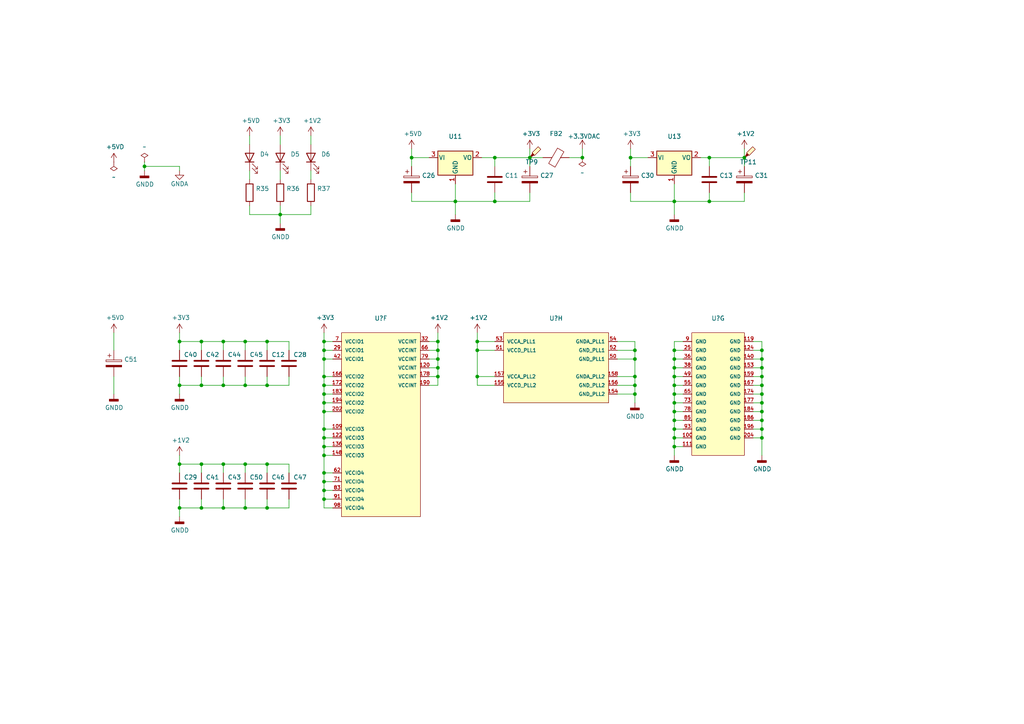
<source format=kicad_sch>
(kicad_sch (version 20211123) (generator eeschema)
  (paper "A4")
  (lib_symbols
    (symbol "Aslak:EP2C8Q208I8N" (pin_names (offset 1.016))
      (property "Reference" "U" (at 0 5.08 0))
      (property "Value" "Aslak_EP2C8Q208I8N" (at 0 7.62 0))
      (symbol "EP2C8Q208I8N_1_1"
        (rectangle (start -63.5 2.54) (end -5.08 -71.12) (fill (type background)))
        (pin bidirectional line (at -2.54 0 180) (length 2.54) (name "IO,(ASDO)") (number "1"))
        (pin bidirectional line (at -2.54 -17.78 180) (length 2.54) (name "IO,LVDS13n,DQ1L1/~") (number "10"))
        (pin bidirectional line (at -2.54 -20.32 180) (length 2.54) (name "IO,LVDS12p,DQ1L2/~") (number "11"))
        (pin bidirectional line (at -2.54 -22.86 180) (length 2.54) (name "IO,LVDS12n,DQ1L3/~") (number "12"))
        (pin bidirectional line (at -2.54 -25.4 180) (length 2.54) (name "IO,VREFB1N0") (number "13"))
        (pin bidirectional line (at -2.54 -27.94 180) (length 2.54) (name "IO,LVDS8p,(DPCLK0/DQS0L)/(DPCLK0/DQS0L)") (number "14"))
        (pin bidirectional line (at -2.54 -30.48 180) (length 2.54) (name "IO,LVDS8n") (number "15"))
        (pin bidirectional line (at -2.54 -2.54 180) (length 2.54) (name "IO,(nCSO)") (number "2"))
        (pin bidirectional line (at -2.54 -5.08 180) (length 2.54) (name "IO,LVDS15p(CRC_ERROR)") (number "3"))
        (pin bidirectional line (at -2.54 -33.02 180) (length 2.54) (name "IO,LVDS7p,(DPCLK1/DQS1L)/(DPCLK1/DQS1L)") (number "30"))
        (pin bidirectional line (at -2.54 -35.56 180) (length 2.54) (name "IO,LVDS7n") (number "31"))
        (pin bidirectional line (at -2.54 -38.1 180) (length 2.54) (name "IO,LVDS6n,DQ1L4/~") (number "33"))
        (pin bidirectional line (at -2.54 -40.64 180) (length 2.54) (name "IO,DQ1L5/~") (number "34"))
        (pin bidirectional line (at -2.54 -43.18 180) (length 2.54) (name "IO,LVDS5p,DQ1L6/~") (number "35"))
        (pin bidirectional line (at -2.54 -45.72 180) (length 2.54) (name "IO,VREFB1N1") (number "37"))
        (pin bidirectional line (at -2.54 -48.26 180) (length 2.54) (name "IO,LVDS3n,DQ1L7/~") (number "39"))
        (pin bidirectional line (at -2.54 -7.62 180) (length 2.54) (name "IO,LVDS15n(CLKUSR)") (number "4"))
        (pin bidirectional line (at -2.54 -50.8 180) (length 2.54) (name "IO,LVDS2p,DQ1L8/~") (number "40"))
        (pin bidirectional line (at -2.54 -53.34 180) (length 2.54) (name "IO,LVDS2n,(DM1L/BWS#1L~{})/~{}") (number "41"))
        (pin bidirectional line (at -2.54 -55.88 180) (length 2.54) (name "IO") (number "43"))
        (pin bidirectional line (at -2.54 -58.42 180) (length 2.54) (name "IO,LVDS0p") (number "44"))
        (pin bidirectional line (at -2.54 -60.96 180) (length 2.54) (name "IO,LVDS0n") (number "45"))
        (pin bidirectional line (at -2.54 -63.5 180) (length 2.54) (name "IO") (number "46"))
        (pin bidirectional line (at -2.54 -66.04 180) (length 2.54) (name "IO,PLL1_OUTp") (number "47"))
        (pin bidirectional line (at -2.54 -68.58 180) (length 2.54) (name "IO,PLL1_OUTn") (number "48"))
        (pin bidirectional line (at -2.54 -10.16 180) (length 2.54) (name "IO,LVDS14p") (number "5"))
        (pin bidirectional line (at -2.54 -12.7 180) (length 2.54) (name "IO,LVDS14n") (number "6"))
        (pin bidirectional line (at -2.54 -15.24 180) (length 2.54) (name "IO,LVDS13p,DQ1L0/~") (number "8"))
      )
      (symbol "EP2C8Q208I8N_2_1"
        (rectangle (start -63.5 2.54) (end -5.08 -88.9) (fill (type background)))
        (pin bidirectional line (at -2.54 0 180) (length 2.54) (name "IO,LVDS37n") (number "160"))
        (pin bidirectional line (at -2.54 -2.54 180) (length 2.54) (name "IO,LVDS37p,DQ0T0/DQ1T0") (number "161"))
        (pin bidirectional line (at -2.54 -5.08 180) (length 2.54) (name "IO,LVDS36n,DQ0T1/DQ1T1") (number "162"))
        (pin bidirectional line (at -2.54 -7.62 180) (length 2.54) (name "IO,LVDS36p,DQ0T2/DQ1T2") (number "163"))
        (pin bidirectional line (at -2.54 -10.16 180) (length 2.54) (name "IO,LVDS35n,DQ0T3/DQ1T3") (number "164"))
        (pin bidirectional line (at -2.54 -12.7 180) (length 2.54) (name "IO,LVDS35p,DQ0T4/DQ1T4") (number "165"))
        (pin bidirectional line (at -2.54 -15.24 180) (length 2.54) (name "IO,LVDS34n") (number "168"))
        (pin bidirectional line (at -2.54 -17.78 180) (length 2.54) (name "IO,LVDS34p,(DPCLK8/DQS0T)/(DPCLK8/DQS0T)") (number "169"))
        (pin bidirectional line (at -2.54 -20.32 180) (length 2.54) (name "IO,VREFB2N0") (number "170"))
        (pin bidirectional line (at -2.54 -22.86 180) (length 2.54) (name "IO,LVDS33n,DQ0T5/DQ1T5") (number "171"))
        (pin bidirectional line (at -2.54 -25.4 180) (length 2.54) (name "IO,LVDS33p,DQ0T6/DQ1T6") (number "173"))
        (pin bidirectional line (at -2.54 -27.94 180) (length 2.54) (name "IO,LVDS31n,DQ0T7/DQ1T7") (number "175"))
        (pin bidirectional line (at -2.54 -30.48 180) (length 2.54) (name "IO,LVDS31p,~/DQ1T8") (number "176"))
        (pin bidirectional line (at -2.54 -33.02 180) (length 2.54) (name "IO,LVDS29n,DM0T/(DM1T0/BWS#1T0)") (number "179"))
        (pin bidirectional line (at -2.54 -35.56 180) (length 2.54) (name "IO,LVDS29p") (number "180"))
        (pin bidirectional line (at -2.54 -38.1 180) (length 2.54) (name "IO,LVDS28n") (number "181"))
        (pin bidirectional line (at -2.54 -40.64 180) (length 2.54) (name "IO,LVDS28p") (number "182"))
        (pin bidirectional line (at -2.54 -43.18 180) (length 2.54) (name "IO,LVDS26p,DQ1T0/DQ1T9") (number "185"))
        (pin bidirectional line (at -2.54 -45.72 180) (length 2.54) (name "IO,LVDS25n") (number "187"))
        (pin bidirectional line (at -2.54 -48.26 180) (length 2.54) (name "IO,LVDS25p,DQ1T1/DQ1T10") (number "188"))
        (pin bidirectional line (at -2.54 -50.8 180) (length 2.54) (name "IO,LVDS24n,DQ1T2/DQ1T11") (number "189"))
        (pin bidirectional line (at -2.54 -53.34 180) (length 2.54) (name "IO,LVDS24p,DQ1T3/DQ1T12") (number "191"))
        (pin bidirectional line (at -2.54 -55.88 180) (length 2.54) (name "IO,VREFB2N1") (number "192"))
        (pin bidirectional line (at -2.54 -58.42 180) (length 2.54) (name "IO,LVDS23n,DQ1T4/DQ1T13") (number "193"))
        (pin bidirectional line (at -2.54 -60.96 180) (length 2.54) (name "IO,LVDS23p,DQ1T5/DQ1T14") (number "195"))
        (pin bidirectional line (at -2.54 -63.5 180) (length 2.54) (name "IO,LVDS21n") (number "197"))
        (pin bidirectional line (at -2.54 -66.04 180) (length 2.54) (name "IO,LVDS21p") (number "198"))
        (pin bidirectional line (at -2.54 -68.58 180) (length 2.54) (name "IO,LVDS19n") (number "199"))
        (pin bidirectional line (at -2.54 -71.12 180) (length 2.54) (name "IO,LVDS19p,(DPCLK10/DQS1T)/(DPCLK10/DQS1T)") (number "200"))
        (pin bidirectional line (at -2.54 -73.66 180) (length 2.54) (name "IO,LVDS18n,DQ1T6/DQ1T15") (number "201"))
        (pin bidirectional line (at -2.54 -76.2 180) (length 2.54) (name "IO,LVDS18p,DQ1T7/DQ1T16") (number "203"))
        (pin bidirectional line (at -2.54 -78.74 180) (length 2.54) (name "IO,LVDS17p,DQ1T8/DQ1T17") (number "205"))
        (pin bidirectional line (at -2.54 -81.28 180) (length 2.54) (name "IO,LVDS17n(DEV_CLRn)") (number "206"))
        (pin bidirectional line (at -2.54 -83.82 180) (length 2.54) (name "IO,LVDS16p,(DM1T/BWS#1T)/(DM1T1/BWS#1T1)") (number "207"))
        (pin bidirectional line (at -2.54 -86.36 180) (length 2.54) (name "IO,LVDS16n") (number "208"))
      )
      (symbol "EP2C8Q208I8N_3_1"
        (rectangle (start -63.5 2.54) (end -5.08 -78.74) (fill (type background)))
        (pin bidirectional line (at -2.54 0 180) (length 2.54) (name "IO,LVDS56n") (number "105"))
        (pin bidirectional line (at -2.54 -2.54 180) (length 2.54) (name "IO,LVDS56p,(DM1R/BWS#1R)/(DM1R1/BWS#1R1)") (number "106"))
        (pin bidirectional line (at -2.54 -5.08 180) (length 2.54) (name "IO,LVDS54n,(INIT_DONE)") (number "107"))
        (pin bidirectional line (at -2.54 -7.62 180) (length 2.54) (name "IO,LVDS54p,(nCEO)") (number "108"))
        (pin bidirectional line (at -2.54 -10.16 180) (length 2.54) (name "IO,LVDS53n,DQ1R8/DQ1R17") (number "110"))
        (pin bidirectional line (at -2.54 -12.7 180) (length 2.54) (name "IO,LVDS53p,DQ1R7/DQ1R16") (number "112"))
        (pin bidirectional line (at -2.54 -15.24 180) (length 2.54) (name "IO,LVDS52n,DQ1R6/DQ1R15") (number "113"))
        (pin bidirectional line (at -2.54 -17.78 180) (length 2.54) (name "IO,LVDS52p,DQ1R5/DQ1R14") (number "114"))
        (pin bidirectional line (at -2.54 -20.32 180) (length 2.54) (name "IO,LVDS51n,DQ1R4/DQ1R13") (number "115"))
        (pin bidirectional line (at -2.54 -22.86 180) (length 2.54) (name "IO,LVDS51p,DQ1R3/DQ1R12") (number "116"))
        (pin bidirectional line (at -2.54 -25.4 180) (length 2.54) (name "IO,VREFB3N1") (number "117"))
        (pin bidirectional line (at -2.54 -27.94 180) (length 2.54) (name "IO,DQ1R2/DQ1R11") (number "118"))
        (pin bidirectional line (at -2.54 -30.48 180) (length 2.54) (name "IO,LVDS48n,DQ1R1/DQ1R10") (number "127"))
        (pin bidirectional line (at -2.54 -33.02 180) (length 2.54) (name "IO,LVDS48p,(DPCLK6/DQS1R)/(DPCLK6/DQS1R)") (number "128"))
        (pin bidirectional line (at -2.54 -35.56 180) (length 2.54) (name "IO,LVDS47n,DQ1R0/DQ1R9") (number "133"))
        (pin bidirectional line (at -2.54 -38.1 180) (length 2.54) (name "IO,LVDS47p,(DPCLK7/DQS0R)/(DPCLK7/DQS0R)") (number "134"))
        (pin bidirectional line (at -2.54 -40.64 180) (length 2.54) (name "IO,LVDS46n,DM0R/(DM1R0/BWS#1R0)") (number "135"))
        (pin bidirectional line (at -2.54 -43.18 180) (length 2.54) (name "IO,LVDS46p,~/DQ1R8") (number "137"))
        (pin bidirectional line (at -2.54 -45.72 180) (length 2.54) (name "IO,LVDS45n,DQ0R7/DQ1R7") (number "138"))
        (pin bidirectional line (at -2.54 -48.26 180) (length 2.54) (name "IO,LVDS45p,DQ0R6/DQ1R6") (number "139"))
        (pin bidirectional line (at -2.54 -50.8 180) (length 2.54) (name "IO,LVDS44n,DQ0R5/DQ1R5") (number "141"))
        (pin bidirectional line (at -2.54 -53.34 180) (length 2.54) (name "IO,LVDS44p,DQ0R4/DQ1R4") (number "142"))
        (pin bidirectional line (at -2.54 -55.88 180) (length 2.54) (name "IO,LVDS42n,DQ0R3/DQ1R3") (number "143"))
        (pin bidirectional line (at -2.54 -58.42 180) (length 2.54) (name "IO,LVDS42p,DQ0R2/DQ1R2") (number "144"))
        (pin bidirectional line (at -2.54 -60.96 180) (length 2.54) (name "IO,VREFB3N0") (number "145"))
        (pin bidirectional line (at -2.54 -63.5 180) (length 2.54) (name "IO,LVDS39n,DQ0R1/DQ1R1") (number "146"))
        (pin bidirectional line (at -2.54 -66.04 180) (length 2.54) (name "IO,LVDS39p,DQ0R0/DQ1R0") (number "147"))
        (pin bidirectional line (at -2.54 -68.58 180) (length 2.54) (name "IO,LVDS38n") (number "149"))
        (pin bidirectional line (at -2.54 -71.12 180) (length 2.54) (name "IO,LVDS38p") (number "150"))
        (pin bidirectional line (at -2.54 -73.66 180) (length 2.54) (name "IO,PLL2_OUTp") (number "151"))
        (pin bidirectional line (at -2.54 -76.2 180) (length 2.54) (name "IO,PLL2_OUTn") (number "152"))
      )
      (symbol "EP2C8Q208I8N_4_1"
        (rectangle (start -63.5 2.54) (end -5.08 -91.44) (fill (type background)))
        (pin bidirectional line (at -2.54 -81.28 180) (length 2.54) (name "IO,LVDS58p,DQ0B0/DQ1B0") (number "101"))
        (pin bidirectional line (at -2.54 -83.82 180) (length 2.54) (name "IO,LVDS58n") (number "102"))
        (pin bidirectional line (at -2.54 -86.36 180) (length 2.54) (name "IO,LVDS57p") (number "103"))
        (pin bidirectional line (at -2.54 -88.9 180) (length 2.54) (name "IO,LVDS57n") (number "104"))
        (pin bidirectional line (at -2.54 0 180) (length 2.54) (name "IO,LVDS77n,(DEV_OE)") (number "56"))
        (pin bidirectional line (at -2.54 -2.54 180) (length 2.54) (name "IO,LVDS77p,(DM1B/BWS#1B)/(DM1B1/BWS#1B1)") (number "57"))
        (pin bidirectional line (at -2.54 -5.08 180) (length 2.54) (name "IO,LVDS76p,DQ1B8/DQ1B17") (number "58"))
        (pin bidirectional line (at -2.54 -7.62 180) (length 2.54) (name "IO,LVDS76n,DQ1B7/DQ1B16") (number "59"))
        (pin bidirectional line (at -2.54 -10.16 180) (length 2.54) (name "IO,LVDS75p,DQ1B6/DQ1B15") (number "60"))
        (pin bidirectional line (at -2.54 -12.7 180) (length 2.54) (name "IO,LVDS75n,DQ1B5/DQ1B14") (number "61"))
        (pin bidirectional line (at -2.54 -15.24 180) (length 2.54) (name "IO,LVDS74p,(DPCLK2/DQS1B)/(DPCLK2/DQS1B)") (number "63"))
        (pin bidirectional line (at -2.54 -17.78 180) (length 2.54) (name "IO,LVDS74n") (number "64"))
        (pin bidirectional line (at -2.54 -20.32 180) (length 2.54) (name "IO,VREFB4N1") (number "67"))
        (pin bidirectional line (at -2.54 -22.86 180) (length 2.54) (name "IO,LVDS70p,DQ1B4/DQ1B13") (number "68"))
        (pin bidirectional line (at -2.54 -25.4 180) (length 2.54) (name "IO,LVDS70n,DQ1B3/DQ1B12") (number "69"))
        (pin bidirectional line (at -2.54 -27.94 180) (length 2.54) (name "IO,LVDS68p,DQ1B2/DQ1B11") (number "70"))
        (pin bidirectional line (at -2.54 -30.48 180) (length 2.54) (name "IO,LVDS68n,DQ1B1/DQ1B10") (number "72"))
        (pin bidirectional line (at -2.54 -33.02 180) (length 2.54) (name "IO,LVDS67p,DQ1B0/DQ1B9") (number "74"))
        (pin bidirectional line (at -2.54 -35.56 180) (length 2.54) (name "IO,LVDS67n") (number "75"))
        (pin bidirectional line (at -2.54 -38.1 180) (length 2.54) (name "IO,LVDS66p") (number "76"))
        (pin bidirectional line (at -2.54 -40.64 180) (length 2.54) (name "IO,LVDS66n") (number "77"))
        (pin bidirectional line (at -2.54 -43.18 180) (length 2.54) (name "IO") (number "80"))
        (pin bidirectional line (at -2.54 -45.72 180) (length 2.54) (name "IO,LVDS64p") (number "81"))
        (pin bidirectional line (at -2.54 -48.26 180) (length 2.54) (name "IO,LVDS64n") (number "82"))
        (pin bidirectional line (at -2.54 -50.8 180) (length 2.54) (name "IO,LVDS63p,DM0B/(DM1B0/BWS#1B0)") (number "84"))
        (pin bidirectional line (at -2.54 -53.34 180) (length 2.54) (name "IO,LVDS63n,~/DQ1B8") (number "86"))
        (pin bidirectional line (at -2.54 -55.88 180) (length 2.54) (name "IO,LVDS62p,DQ0B7/DQ1B7") (number "87"))
        (pin bidirectional line (at -2.54 -58.42 180) (length 2.54) (name "IO,LVDS62n,DQ0B6/DQ1B6") (number "88"))
        (pin bidirectional line (at -2.54 -60.96 180) (length 2.54) (name "IO,VREFB4N0") (number "89"))
        (pin bidirectional line (at -2.54 -63.5 180) (length 2.54) (name "IO,LVDS61p,DQ0B5/DQ1B5") (number "90"))
        (pin bidirectional line (at -2.54 -66.04 180) (length 2.54) (name "IO,LVDS61n,DQ0B4/DQ1B4") (number "92"))
        (pin bidirectional line (at -2.54 -68.58 180) (length 2.54) (name "IO,LVDS60p,(DPCLK4/DQS0B)/(DPCLK4/DQS0B)") (number "94"))
        (pin bidirectional line (at -2.54 -71.12 180) (length 2.54) (name "IO,LVDS60n") (number "95"))
        (pin bidirectional line (at -2.54 -73.66 180) (length 2.54) (name "IO,DQ0B3/DQ1B3") (number "96"))
        (pin bidirectional line (at -2.54 -76.2 180) (length 2.54) (name "IO,LVDS59p,DQ0B2/DQ1B2") (number "97"))
        (pin bidirectional line (at -2.54 -78.74 180) (length 2.54) (name "IO,LVDS59n,DQ0B1/DQ1B1") (number "99"))
      )
      (symbol "EP2C8Q208I8N_5_1"
        (rectangle (start 5.08 2.54) (end 22.86 -40.64) (fill (type background)))
        (pin bidirectional line (at 2.54 -38.1 0) (length 2.54) (name "nSTATUS") (number "121"))
        (pin bidirectional line (at 2.54 -33.02 0) (length 2.54) (name "CONF_DONE") (number "123"))
        (pin input line (at 2.54 -20.32 0) (length 2.54) (name "MSEL1") (number "125"))
        (pin input line (at 2.54 -17.78 0) (length 2.54) (name "MSEL0") (number "126"))
        (pin output line (at 2.54 -2.54 0) (length 2.54) (name "TDO") (number "16"))
        (pin input line (at 2.54 -7.62 0) (length 2.54) (name "TMS") (number "17"))
        (pin input clock (at 2.54 -5.08 0) (length 2.54) (name "TCK") (number "18"))
        (pin input line (at 2.54 0 0) (length 2.54) (name "TDI") (number "19"))
        (pin input line (at 2.54 -12.7 0) (length 2.54) (name "DATA0") (number "20"))
        (pin bidirectional line (at 2.54 -30.48 0) (length 2.54) (name "DCLK") (number "21"))
        (pin input line (at 2.54 -25.4 0) (length 2.54) (name "nCE") (number "22"))
        (pin input line (at 2.54 -35.56 0) (length 2.54) (name "nCONFIG") (number "26"))
      )
      (symbol "EP2C8Q208I8N_6_1"
        (rectangle (start 5.08 2.54) (end 27.94 -50.8) (fill (type background)))
        (pin power_in line (at 2.54 -25.4 0) (length 2.54) (name "VCCIO3") (number "109"))
        (pin power_in line (at 30.48 -7.62 180) (length 2.54) (name "VCCINT") (number "120"))
        (pin power_in line (at 2.54 -27.94 0) (length 2.54) (name "VCCIO3") (number "122"))
        (pin power_in line (at 2.54 -30.48 0) (length 2.54) (name "VCCIO3") (number "136"))
        (pin power_in line (at 2.54 -33.02 0) (length 2.54) (name "VCCIO3") (number "148"))
        (pin power_in line (at 2.54 -10.16 0) (length 2.54) (name "VCCIO2") (number "166"))
        (pin power_in line (at 2.54 -12.7 0) (length 2.54) (name "VCCIO2") (number "172"))
        (pin power_in line (at 30.48 -10.16 180) (length 2.54) (name "VCCINT") (number "178"))
        (pin power_in line (at 2.54 -15.24 0) (length 2.54) (name "VCCIO2") (number "183"))
        (pin power_in line (at 30.48 -12.7 180) (length 2.54) (name "VCCINT") (number "190"))
        (pin power_in line (at 2.54 -17.78 0) (length 2.54) (name "VCCIO2") (number "194"))
        (pin power_in line (at 2.54 -20.32 0) (length 2.54) (name "VCCIO2") (number "202"))
        (pin power_in line (at 2.54 -2.54 0) (length 2.54) (name "VCCIO1") (number "29"))
        (pin power_in line (at 30.48 0 180) (length 2.54) (name "VCCINT") (number "32"))
        (pin power_in line (at 2.54 -5.08 0) (length 2.54) (name "VCCIO1") (number "42"))
        (pin power_in line (at 2.54 -38.1 0) (length 2.54) (name "VCCIO4") (number "62"))
        (pin power_in line (at 30.48 -2.54 180) (length 2.54) (name "VCCINT") (number "66"))
        (pin power_in line (at 2.54 0 0) (length 2.54) (name "VCCIO1") (number "7"))
        (pin power_in line (at 2.54 -40.64 0) (length 2.54) (name "VCCIO4") (number "71"))
        (pin power_in line (at 30.48 -5.08 180) (length 2.54) (name "VCCINT") (number "79"))
        (pin power_in line (at 2.54 -43.18 0) (length 2.54) (name "VCCIO4") (number "83"))
        (pin power_in line (at 2.54 -45.72 0) (length 2.54) (name "VCCIO4") (number "91"))
        (pin power_in line (at 2.54 -48.26 0) (length 2.54) (name "VCCIO4") (number "98"))
      )
      (symbol "EP2C8Q208I8N_7_1"
        (rectangle (start 5.08 2.54) (end 20.32 -33.02) (fill (type background)))
        (pin power_in line (at 2.54 -27.94 0) (length 2.54) (name "GND") (number "100"))
        (pin power_in line (at 2.54 -30.48 0) (length 2.54) (name "GND") (number "111"))
        (pin power_in line (at 22.86 0 180) (length 2.54) (name "GND") (number "119"))
        (pin power_in line (at 22.86 -2.54 180) (length 2.54) (name "GND") (number "124"))
        (pin power_in line (at 22.86 -5.08 180) (length 2.54) (name "GND") (number "140"))
        (pin power_in line (at 22.86 -7.62 180) (length 2.54) (name "GND") (number "153"))
        (pin power_in line (at 22.86 -10.16 180) (length 2.54) (name "GND") (number "159"))
        (pin power_in line (at 22.86 -12.7 180) (length 2.54) (name "GND") (number "167"))
        (pin power_in line (at 22.86 -15.24 180) (length 2.54) (name "GND") (number "174"))
        (pin power_in line (at 22.86 -17.78 180) (length 2.54) (name "GND") (number "177"))
        (pin power_in line (at 22.86 -20.32 180) (length 2.54) (name "GND") (number "184"))
        (pin power_in line (at 22.86 -22.86 180) (length 2.54) (name "GND") (number "186"))
        (pin power_in line (at 22.86 -25.4 180) (length 2.54) (name "GND") (number "196"))
        (pin power_in line (at 22.86 -27.94 180) (length 2.54) (name "GND") (number "204"))
        (pin power_in line (at 2.54 -2.54 0) (length 2.54) (name "GND") (number "25"))
        (pin power_in line (at 2.54 -5.08 0) (length 2.54) (name "GND") (number "36"))
        (pin power_in line (at 2.54 -7.62 0) (length 2.54) (name "GND") (number "38"))
        (pin power_in line (at 2.54 -10.16 0) (length 2.54) (name "GND") (number "49"))
        (pin power_in line (at 2.54 -12.7 0) (length 2.54) (name "GND") (number "55"))
        (pin power_in line (at 2.54 -15.24 0) (length 2.54) (name "GND") (number "65"))
        (pin power_in line (at 2.54 -17.78 0) (length 2.54) (name "GND") (number "73"))
        (pin power_in line (at 2.54 -20.32 0) (length 2.54) (name "GND") (number "78"))
        (pin power_in line (at 2.54 -22.86 0) (length 2.54) (name "GND") (number "85"))
        (pin power_in line (at 2.54 0 0) (length 2.54) (name "GND") (number "9"))
        (pin power_in line (at 2.54 -25.4 0) (length 2.54) (name "GND") (number "93"))
      )
      (symbol "EP2C8Q208I8N_8_1"
        (rectangle (start 5.08 2.54) (end 35.56 -17.78) (fill (type background)))
        (pin power_in line (at 38.1 -15.24 180) (length 2.54) (name "GND_PLL2") (number "154"))
        (pin power_in line (at 2.54 -12.7 0) (length 2.54) (name "VCCD_PLL2") (number "155"))
        (pin power_in line (at 38.1 -12.7 180) (length 2.54) (name "GND_PLL2") (number "156"))
        (pin power_in line (at 2.54 -10.16 0) (length 2.54) (name "VCCA_PLL2") (number "157"))
        (pin power_in line (at 38.1 -10.16 180) (length 2.54) (name "GNDA_PLL2") (number "158"))
        (pin power_in line (at 38.1 -5.08 180) (length 2.54) (name "GND_PLL1") (number "50"))
        (pin power_in line (at 2.54 -2.54 0) (length 2.54) (name "VCCD_PLL1") (number "51"))
        (pin power_in line (at 38.1 -2.54 180) (length 2.54) (name "GND_PLL1") (number "52"))
        (pin power_in line (at 2.54 0 0) (length 2.54) (name "VCCA_PLL1") (number "53"))
        (pin power_in line (at 38.1 0 180) (length 2.54) (name "GNDA_PLL1") (number "54"))
      )
      (symbol "EP2C8Q208I8N_9_1"
        (rectangle (start 5.08 2.54) (end 35.56 -20.32) (fill (type background)))
        (pin input clock (at 2.54 0 0) (length 2.54) (name "CLK7,LVDSCLK3n,INPUT") (number "129"))
        (pin input clock (at 2.54 -2.54 0) (length 2.54) (name "CLK6,LVDSCLK3p,INPUT") (number "130"))
        (pin input clock (at 2.54 -5.08 0) (length 2.54) (name "CLK5,LVDSCLK2n,INPUT") (number "131"))
        (pin input clock (at 2.54 -7.62 0) (length 2.54) (name "CLK4,LVDSCLK2p,INPUT") (number "132"))
        (pin input clock (at 2.54 -17.78 0) (length 2.54) (name "CLK0,LVDSCLK0p,INPUT") (number "23"))
        (pin input clock (at 2.54 -15.24 0) (length 2.54) (name "CLK1,LVDSCLK0n,INPUT") (number "24"))
        (pin input clock (at 2.54 -12.7 0) (length 2.54) (name "CLK2,LVDSCLK1p,INPUT") (number "27"))
        (pin input clock (at 2.54 -10.16 0) (length 2.54) (name "CLK3,LVDSCLK1n,INPUT") (number "28"))
      )
    )
    (symbol "Connector:TestPoint_Probe" (pin_numbers hide) (pin_names (offset 0.762) hide)
      (property "Reference" "TP" (at 1.651 5.842 0))
      (property "Value" "TestPoint_Probe" (at 1.651 4.064 0))
      (symbol "TestPoint_Probe_0_1"
        (polyline (pts (xy 1.27 0.762) (xy 0 0) (xy 0.762 1.27) (xy 1.27 0.762)) (fill (type outline)))
        (polyline (pts (xy 1.397 0.635) (xy 0.635 1.397) (xy 2.413 3.175) (xy 3.175 2.413) (xy 1.397 0.635)) (fill (type background)))
      )
      (symbol "TestPoint_Probe_1_1"
        (pin passive line (at 0 0 90) (length 0) (name "1") (number "1"))
      )
    )
    (symbol "Device:C" (pin_numbers hide) (pin_names (offset 0.254))
      (property "Reference" "C" (at 0.635 2.54 0))
      (property "Value" "C" (at 0.635 -2.54 0))
      (symbol "C_0_1"
        (polyline (pts (xy -2.032 -0.762) (xy 2.032 -0.762)) (stroke (width 0.508)))
        (polyline (pts (xy -2.032 0.762) (xy 2.032 0.762)) (stroke (width 0.508)))
      )
      (symbol "C_1_1"
        (pin passive line (at 0 3.81 270) (length 2.794) (name "~") (number "1"))
        (pin passive line (at 0 -3.81 90) (length 2.794) (name "~") (number "2"))
      )
    )
    (symbol "Device:CP" (pin_numbers hide) (pin_names (offset 0.254))
      (property "Reference" "C" (at 0.635 2.54 0))
      (property "Value" "Device_CP" (at 0.635 -2.54 0))
      (symbol "CP_0_1"
        (rectangle (start -2.286 0.508) (end 2.286 1.016))
        (polyline (pts (xy -1.778 2.286) (xy -0.762 2.286)))
        (polyline (pts (xy -1.27 2.794) (xy -1.27 1.778)))
        (rectangle (start 2.286 -0.508) (end -2.286 -1.016) (fill (type outline)))
      )
      (symbol "CP_1_1"
        (pin passive line (at 0 3.81 270) (length 2.794) (name "~") (number "1"))
        (pin passive line (at 0 -3.81 90) (length 2.794) (name "~") (number "2"))
      )
    )
    (symbol "Device:Ferrite_Bead" (pin_numbers hide) (pin_names (offset 0))
      (property "Reference" "FB" (at -3.81 0.635 90))
      (property "Value" "Device_Ferrite_Bead" (at 3.81 0 90))
      (symbol "Ferrite_Bead_0_1"
        (polyline (pts (xy 0 -1.27) (xy 0 -1.2192)))
        (polyline (pts (xy 0 1.27) (xy 0 1.2954)))
        (polyline (pts (xy -2.7686 0.4064) (xy -1.7018 2.2606) (xy 2.7686 -0.3048) (xy 1.6764 -2.159) (xy -2.7686 0.4064)))
      )
      (symbol "Ferrite_Bead_1_1"
        (pin passive line (at 0 3.81 270) (length 2.54) (name "~") (number "1"))
        (pin passive line (at 0 -3.81 90) (length 2.54) (name "~") (number "2"))
      )
    )
    (symbol "Device:LED" (pin_numbers hide) (pin_names (offset 1.016) hide)
      (property "Reference" "D" (at 0 2.54 0))
      (property "Value" "LED" (at 0 -2.54 0))
      (symbol "LED_0_1"
        (polyline (pts (xy -1.27 -1.27) (xy -1.27 1.27)) (stroke (width 0.254)))
        (polyline (pts (xy -1.27 0) (xy 1.27 0)))
        (polyline (pts (xy 1.27 -1.27) (xy 1.27 1.27) (xy -1.27 0) (xy 1.27 -1.27)) (stroke (width 0.254)))
        (polyline (pts (xy -3.048 -0.762) (xy -4.572 -2.286) (xy -3.81 -2.286) (xy -4.572 -2.286) (xy -4.572 -1.524)))
        (polyline (pts (xy -1.778 -0.762) (xy -3.302 -2.286) (xy -2.54 -2.286) (xy -3.302 -2.286) (xy -3.302 -1.524)))
      )
      (symbol "LED_1_1"
        (pin passive line (at -3.81 0 0) (length 2.54) (name "K") (number "1"))
        (pin passive line (at 3.81 0 180) (length 2.54) (name "A") (number "2"))
      )
    )
    (symbol "Device:R" (pin_numbers hide) (pin_names (offset 0))
      (property "Reference" "R" (at 2.032 0 90))
      (property "Value" "R" (at 0 0 90))
      (symbol "R_0_1"
        (rectangle (start -1.016 -2.54) (end 1.016 2.54) (stroke (width 0.254)))
      )
      (symbol "R_1_1"
        (pin passive line (at 0 3.81 270) (length 1.27) (name "~") (number "1"))
        (pin passive line (at 0 -3.81 90) (length 1.27) (name "~") (number "2"))
      )
    )
    (symbol "Regulator_Linear:AZ1117-1.2" (pin_names (offset 0.254))
      (property "Reference" "U" (at -3.81 3.175 0))
      (property "Value" "AZ1117-1.2" (at 0 3.175 0))
      (symbol "AZ1117-1.2_0_1"
        (rectangle (start -5.08 1.905) (end 5.08 -5.08) (stroke (width 0.254)) (fill (type background)))
      )
      (symbol "AZ1117-1.2_1_1"
        (pin power_in line (at 0 -7.62 90) (length 2.54) (name "GND") (number "1"))
        (pin power_out line (at 7.62 0 180) (length 2.54) (name "VO") (number "2"))
        (pin power_in line (at -7.62 0 0) (length 2.54) (name "VI") (number "3"))
      )
    )
    (symbol "Regulator_Linear:AZ1117-3.3" (pin_names (offset 0.254))
      (property "Reference" "U" (at -3.81 3.175 0))
      (property "Value" "AZ1117-3.3" (at 0 3.175 0))
      (symbol "AZ1117-3.3_0_1"
        (rectangle (start -5.08 1.905) (end 5.08 -5.08) (stroke (width 0.254)) (fill (type background)))
      )
      (symbol "AZ1117-3.3_1_1"
        (pin power_in line (at 0 -7.62 90) (length 2.54) (name "GND") (number "1"))
        (pin power_out line (at 7.62 0 180) (length 2.54) (name "VO") (number "2"))
        (pin power_in line (at -7.62 0 0) (length 2.54) (name "VI") (number "3"))
      )
    )
    (symbol "power:+1V2" (power) (pin_names (offset 0))
      (property "Value" "+1V2" (at 0 3.556 0))
      (symbol "+1V2_0_1"
        (polyline (pts (xy -0.762 1.27) (xy 0 2.54)))
        (polyline (pts (xy 0 0) (xy 0 2.54)))
        (polyline (pts (xy 0 2.54) (xy 0.762 1.27)))
      )
      (symbol "+1V2_1_1"
        (pin power_in line (at 0 0 90) (length 0) hide (name "+1V2") (number "1"))
      )
    )
    (symbol "power:+3.3VDAC" (power) (pin_names (offset 0))
      (property "Value" "+3.3VDAC" (at 0 2.54 0))
      (symbol "+3.3VDAC_0_0"
        (pin power_in line (at 0 0 90) (length 0) hide (name "+3.3VDAC") (number "1"))
      )
      (symbol "+3.3VDAC_0_1"
        (polyline (pts (xy -0.762 1.27) (xy 0 2.54)))
        (polyline (pts (xy 0 0) (xy 0 2.54)))
        (polyline (pts (xy 0 2.54) (xy 0.762 1.27)))
      )
    )
    (symbol "power:+3V3" (power) (pin_names (offset 0))
      (property "Value" "+3V3" (at 0 3.556 0))
      (symbol "+3V3_0_1"
        (polyline (pts (xy -0.762 1.27) (xy 0 2.54)))
        (polyline (pts (xy 0 0) (xy 0 2.54)))
        (polyline (pts (xy 0 2.54) (xy 0.762 1.27)))
      )
      (symbol "+3V3_1_1"
        (pin power_in line (at 0 0 90) (length 0) hide (name "+3V3") (number "1"))
      )
    )
    (symbol "power:+5VD" (power) (pin_names (offset 0))
      (property "Value" "+5VD" (at 0 3.556 0))
      (symbol "+5VD_0_1"
        (polyline (pts (xy -0.762 1.27) (xy 0 2.54)))
        (polyline (pts (xy 0 0) (xy 0 2.54)))
        (polyline (pts (xy 0 2.54) (xy 0.762 1.27)))
      )
      (symbol "+5VD_1_1"
        (pin power_in line (at 0 0 90) (length 0) hide (name "+5VD") (number "1"))
      )
    )
    (symbol "power:GNDA" (power) (pin_names (offset 0))
      (property "Value" "GNDA" (at 0 -3.81 0))
      (symbol "GNDA_0_1"
        (polyline (pts (xy 0 0) (xy 0 -1.27) (xy 1.27 -1.27) (xy 0 -2.54) (xy -1.27 -1.27) (xy 0 -1.27)))
      )
      (symbol "GNDA_1_1"
        (pin power_in line (at 0 0 270) (length 0) hide (name "GNDA") (number "1"))
      )
    )
    (symbol "power:GNDD" (power) (pin_names (offset 0))
      (property "Value" "GNDD" (at 0 -3.175 0))
      (symbol "GNDD_0_1"
        (rectangle (start -1.27 -1.524) (end 1.27 -2.032) (stroke (width 0.254)) (fill (type outline)))
        (polyline (pts (xy 0 0) (xy 0 -1.524)))
      )
      (symbol "GNDD_1_1"
        (pin power_in line (at 0 0 270) (length 0) hide (name "GNDD") (number "1"))
      )
    )
    (symbol "power:PWR_FLAG" (power) (pin_numbers hide) (pin_names (offset 0) hide)
      (property "Value" "PWR_FLAG" (at 0 3.81 0))
      (symbol "PWR_FLAG_0_0"
        (pin power_out line (at 0 0 90) (length 0) (name "pwr") (number "1"))
      )
      (symbol "PWR_FLAG_0_1"
        (polyline (pts (xy 0 0) (xy 0 1.27) (xy -1.016 1.905) (xy 0 2.54) (xy 1.016 1.905) (xy 0 1.27)))
      )
    )
  )
  (junction (at 205.74 58.42))
  (junction (at 138.43 101.6))
  (junction (at 52.07 111.76))
  (junction (at 195.58 129.54))
  (junction (at 64.77 99.06))
  (junction (at 93.98 139.7))
  (junction (at 93.98 127))
  (junction (at 93.98 104.14))
  (junction (at 127 109.22))
  (junction (at 195.58 116.84))
  (junction (at 220.98 114.3))
  (junction (at 184.15 109.22))
  (junction (at 58.42 147.32))
  (junction (at 52.07 147.32))
  (junction (at 184.15 101.6))
  (junction (at 93.98 119.38))
  (junction (at 41.91 48.26))
  (junction (at 71.12 99.06))
  (junction (at 119.38 45.72))
  (junction (at 77.47 99.06))
  (junction (at 195.58 121.92))
  (junction (at 93.98 116.84))
  (junction (at 220.98 124.46))
  (junction (at 77.47 111.76))
  (junction (at 220.98 121.92))
  (junction (at 220.98 119.38))
  (junction (at 127 104.14))
  (junction (at 93.98 144.78))
  (junction (at 93.98 111.76))
  (junction (at 143.51 45.72))
  (junction (at 138.43 99.06))
  (junction (at 195.58 127))
  (junction (at 93.98 109.22))
  (junction (at 52.07 99.06))
  (junction (at 71.12 111.76))
  (junction (at 127 101.6))
  (junction (at 220.98 109.22))
  (junction (at 195.58 101.6))
  (junction (at 81.28 62.23))
  (junction (at 64.77 147.32))
  (junction (at 195.58 119.38))
  (junction (at 215.9 45.72))
  (junction (at 182.88 45.72))
  (junction (at 93.98 99.06))
  (junction (at 93.98 114.3))
  (junction (at 58.42 99.06))
  (junction (at 143.51 58.42))
  (junction (at 52.07 134.62))
  (junction (at 220.98 106.68))
  (junction (at 127 106.68))
  (junction (at 220.98 116.84))
  (junction (at 195.58 109.22))
  (junction (at 195.58 124.46))
  (junction (at 195.58 58.42))
  (junction (at 195.58 104.14))
  (junction (at 93.98 137.16))
  (junction (at 127 99.06))
  (junction (at 77.47 134.62))
  (junction (at 58.42 134.62))
  (junction (at 64.77 134.62))
  (junction (at 220.98 127))
  (junction (at 64.77 111.76))
  (junction (at 195.58 114.3))
  (junction (at 153.67 45.72))
  (junction (at 93.98 142.24))
  (junction (at 93.98 132.08))
  (junction (at 220.98 101.6))
  (junction (at 195.58 111.76))
  (junction (at 58.42 111.76))
  (junction (at 93.98 124.46))
  (junction (at 77.47 147.32))
  (junction (at 93.98 129.54))
  (junction (at 220.98 111.76))
  (junction (at 71.12 134.62))
  (junction (at 138.43 109.22))
  (junction (at 195.58 106.68))
  (junction (at 132.08 58.42))
  (junction (at 184.15 104.14))
  (junction (at 220.98 104.14))
  (junction (at 71.12 147.32))
  (junction (at 184.15 114.3))
  (junction (at 93.98 101.6))
  (junction (at 205.74 45.72))
  (junction (at 184.15 111.76))
  (junction (at 168.91 45.72))
  (wire (pts (xy 90.17 49.53) (xy 90.17 52.07)))
  (wire (pts (xy 81.28 49.53) (xy 81.28 52.07)))
  (wire (pts (xy 218.44 124.46) (xy 220.98 124.46)))
  (wire (pts (xy 96.52 119.38) (xy 93.98 119.38)))
  (wire (pts (xy 195.58 114.3) (xy 195.58 116.84)))
  (wire (pts (xy 96.52 116.84) (xy 93.98 116.84)))
  (wire (pts (xy 195.58 99.06) (xy 195.58 101.6)))
  (wire (pts (xy 93.98 116.84) (xy 93.98 114.3)))
  (wire (pts (xy 218.44 106.68) (xy 220.98 106.68)))
  (wire (pts (xy 138.43 111.76) (xy 143.51 111.76)))
  (wire (pts (xy 77.47 99.06) (xy 77.47 101.6)))
  (wire (pts (xy 205.74 58.42) (xy 215.9 58.42)))
  (wire (pts (xy 127 106.68) (xy 127 109.22)))
  (wire (pts (xy 157.48 45.72) (xy 153.67 45.72)))
  (wire (pts (xy 218.44 101.6) (xy 220.98 101.6)))
  (wire (pts (xy 41.91 48.26) (xy 41.91 49.53)))
  (wire (pts (xy 93.98 139.7) (xy 93.98 137.16)))
  (wire (pts (xy 83.82 144.78) (xy 83.82 147.32)))
  (wire (pts (xy 195.58 121.92) (xy 195.58 124.46)))
  (wire (pts (xy 77.47 147.32) (xy 71.12 147.32)))
  (wire (pts (xy 218.44 127) (xy 220.98 127)))
  (wire (pts (xy 52.07 111.76) (xy 52.07 114.3)))
  (wire (pts (xy 138.43 101.6) (xy 138.43 99.06)))
  (wire (pts (xy 184.15 114.3) (xy 184.15 116.84)))
  (wire (pts (xy 215.9 48.26) (xy 215.9 45.72)))
  (wire (pts (xy 96.52 137.16) (xy 93.98 137.16)))
  (wire (pts (xy 33.02 96.52) (xy 33.02 101.6)))
  (wire (pts (xy 124.46 45.72) (xy 119.38 45.72)))
  (wire (pts (xy 77.47 109.22) (xy 77.47 111.76)))
  (wire (pts (xy 52.07 147.32) (xy 58.42 147.32)))
  (wire (pts (xy 138.43 109.22) (xy 138.43 111.76)))
  (wire (pts (xy 218.44 111.76) (xy 220.98 111.76)))
  (wire (pts (xy 143.51 48.26) (xy 143.51 45.72)))
  (wire (pts (xy 96.52 127) (xy 93.98 127)))
  (wire (pts (xy 198.12 111.76) (xy 195.58 111.76)))
  (wire (pts (xy 179.07 99.06) (xy 184.15 99.06)))
  (wire (pts (xy 77.47 144.78) (xy 77.47 147.32)))
  (wire (pts (xy 127 96.52) (xy 127 99.06)))
  (wire (pts (xy 90.17 39.37) (xy 90.17 41.91)))
  (wire (pts (xy 93.98 142.24) (xy 93.98 139.7)))
  (wire (pts (xy 96.52 144.78) (xy 93.98 144.78)))
  (wire (pts (xy 184.15 101.6) (xy 184.15 104.14)))
  (wire (pts (xy 93.98 144.78) (xy 93.98 142.24)))
  (wire (pts (xy 77.47 99.06) (xy 83.82 99.06)))
  (wire (pts (xy 64.77 147.32) (xy 58.42 147.32)))
  (wire (pts (xy 81.28 62.23) (xy 81.28 59.69)))
  (wire (pts (xy 41.91 46.99) (xy 41.91 48.26)))
  (wire (pts (xy 52.07 111.76) (xy 58.42 111.76)))
  (wire (pts (xy 195.58 104.14) (xy 195.58 106.68)))
  (wire (pts (xy 52.07 99.06) (xy 52.07 101.6)))
  (wire (pts (xy 184.15 111.76) (xy 184.15 114.3)))
  (wire (pts (xy 218.44 121.92) (xy 220.98 121.92)))
  (wire (pts (xy 58.42 144.78) (xy 58.42 147.32)))
  (wire (pts (xy 195.58 116.84) (xy 195.58 119.38)))
  (wire (pts (xy 93.98 114.3) (xy 93.98 111.76)))
  (wire (pts (xy 52.07 99.06) (xy 58.42 99.06)))
  (wire (pts (xy 93.98 119.38) (xy 93.98 124.46)))
  (wire (pts (xy 77.47 134.62) (xy 77.47 137.16)))
  (wire (pts (xy 72.39 62.23) (xy 72.39 59.69)))
  (wire (pts (xy 184.15 109.22) (xy 184.15 111.76)))
  (wire (pts (xy 153.67 45.72) (xy 153.67 43.18)))
  (wire (pts (xy 71.12 101.6) (xy 71.12 99.06)))
  (wire (pts (xy 52.07 144.78) (xy 52.07 147.32)))
  (wire (pts (xy 96.52 142.24) (xy 93.98 142.24)))
  (wire (pts (xy 198.12 129.54) (xy 195.58 129.54)))
  (wire (pts (xy 96.52 111.76) (xy 93.98 111.76)))
  (wire (pts (xy 198.12 109.22) (xy 195.58 109.22)))
  (wire (pts (xy 64.77 111.76) (xy 71.12 111.76)))
  (wire (pts (xy 96.52 139.7) (xy 93.98 139.7)))
  (wire (pts (xy 220.98 116.84) (xy 220.98 119.38)))
  (wire (pts (xy 195.58 111.76) (xy 195.58 114.3)))
  (wire (pts (xy 138.43 99.06) (xy 143.51 99.06)))
  (wire (pts (xy 198.12 124.46) (xy 195.58 124.46)))
  (wire (pts (xy 52.07 134.62) (xy 52.07 137.16)))
  (wire (pts (xy 52.07 48.26) (xy 41.91 48.26)))
  (wire (pts (xy 81.28 39.37) (xy 81.28 41.91)))
  (wire (pts (xy 93.98 132.08) (xy 93.98 137.16)))
  (wire (pts (xy 220.98 109.22) (xy 220.98 111.76)))
  (wire (pts (xy 215.9 45.72) (xy 215.9 43.18)))
  (wire (pts (xy 220.98 124.46) (xy 220.98 127)))
  (wire (pts (xy 195.58 119.38) (xy 195.58 121.92)))
  (wire (pts (xy 93.98 99.06) (xy 93.98 96.52)))
  (wire (pts (xy 52.07 147.32) (xy 52.07 149.86)))
  (wire (pts (xy 52.07 48.26) (xy 52.07 49.53)))
  (wire (pts (xy 77.47 111.76) (xy 83.82 111.76)))
  (wire (pts (xy 90.17 62.23) (xy 90.17 59.69)))
  (wire (pts (xy 179.07 114.3) (xy 184.15 114.3)))
  (wire (pts (xy 195.58 58.42) (xy 182.88 58.42)))
  (wire (pts (xy 195.58 101.6) (xy 195.58 104.14)))
  (wire (pts (xy 127 99.06) (xy 127 101.6)))
  (wire (pts (xy 165.1 45.72) (xy 168.91 45.72)))
  (wire (pts (xy 218.44 104.14) (xy 220.98 104.14)))
  (wire (pts (xy 93.98 104.14) (xy 93.98 101.6)))
  (wire (pts (xy 96.52 101.6) (xy 93.98 101.6)))
  (wire (pts (xy 220.98 106.68) (xy 220.98 109.22)))
  (wire (pts (xy 218.44 99.06) (xy 220.98 99.06)))
  (wire (pts (xy 220.98 111.76) (xy 220.98 114.3)))
  (wire (pts (xy 220.98 114.3) (xy 220.98 116.84)))
  (wire (pts (xy 127 109.22) (xy 127 111.76)))
  (wire (pts (xy 179.07 111.76) (xy 184.15 111.76)))
  (wire (pts (xy 93.98 129.54) (xy 93.98 127)))
  (wire (pts (xy 138.43 101.6) (xy 138.43 109.22)))
  (wire (pts (xy 138.43 101.6) (xy 143.51 101.6)))
  (wire (pts (xy 64.77 134.62) (xy 64.77 137.16)))
  (wire (pts (xy 119.38 45.72) (xy 119.38 43.18)))
  (wire (pts (xy 83.82 134.62) (xy 83.82 137.16)))
  (wire (pts (xy 72.39 39.37) (xy 72.39 41.91)))
  (wire (pts (xy 132.08 58.42) (xy 132.08 62.23)))
  (wire (pts (xy 182.88 45.72) (xy 182.88 43.18)))
  (wire (pts (xy 143.51 58.42) (xy 153.67 58.42)))
  (wire (pts (xy 184.15 104.14) (xy 184.15 109.22)))
  (wire (pts (xy 139.7 45.72) (xy 143.51 45.72)))
  (wire (pts (xy 168.91 45.72) (xy 168.91 43.18)))
  (wire (pts (xy 52.07 96.52) (xy 52.07 99.06)))
  (wire (pts (xy 93.98 147.32) (xy 93.98 144.78)))
  (wire (pts (xy 195.58 58.42) (xy 205.74 58.42)))
  (wire (pts (xy 93.98 101.6) (xy 93.98 99.06)))
  (wire (pts (xy 198.12 101.6) (xy 195.58 101.6)))
  (wire (pts (xy 132.08 58.42) (xy 143.51 58.42)))
  (wire (pts (xy 127 111.76) (xy 124.46 111.76)))
  (wire (pts (xy 124.46 104.14) (xy 127 104.14)))
  (wire (pts (xy 83.82 109.22) (xy 83.82 111.76)))
  (wire (pts (xy 138.43 96.52) (xy 138.43 99.06)))
  (wire (pts (xy 198.12 106.68) (xy 195.58 106.68)))
  (wire (pts (xy 64.77 99.06) (xy 71.12 99.06)))
  (wire (pts (xy 182.88 45.72) (xy 182.88 48.26)))
  (wire (pts (xy 132.08 53.34) (xy 132.08 58.42)))
  (wire (pts (xy 64.77 144.78) (xy 64.77 147.32)))
  (wire (pts (xy 127 104.14) (xy 127 106.68)))
  (wire (pts (xy 96.52 124.46) (xy 93.98 124.46)))
  (wire (pts (xy 71.12 111.76) (xy 77.47 111.76)))
  (wire (pts (xy 93.98 119.38) (xy 93.98 116.84)))
  (wire (pts (xy 143.51 45.72) (xy 153.67 45.72)))
  (wire (pts (xy 71.12 99.06) (xy 77.47 99.06)))
  (wire (pts (xy 96.52 109.22) (xy 93.98 109.22)))
  (wire (pts (xy 132.08 58.42) (xy 119.38 58.42)))
  (wire (pts (xy 195.58 124.46) (xy 195.58 127)))
  (wire (pts (xy 205.74 45.72) (xy 215.9 45.72)))
  (wire (pts (xy 218.44 114.3) (xy 220.98 114.3)))
  (wire (pts (xy 195.58 129.54) (xy 195.58 132.08)))
  (wire (pts (xy 96.52 147.32) (xy 93.98 147.32)))
  (wire (pts (xy 195.58 58.42) (xy 195.58 62.23)))
  (wire (pts (xy 198.12 99.06) (xy 195.58 99.06)))
  (wire (pts (xy 198.12 114.3) (xy 195.58 114.3)))
  (wire (pts (xy 96.52 99.06) (xy 93.98 99.06)))
  (wire (pts (xy 81.28 62.23) (xy 90.17 62.23)))
  (wire (pts (xy 77.47 147.32) (xy 83.82 147.32)))
  (wire (pts (xy 52.07 132.08) (xy 52.07 134.62)))
  (wire (pts (xy 198.12 104.14) (xy 195.58 104.14)))
  (wire (pts (xy 153.67 48.26) (xy 153.67 45.72)))
  (wire (pts (xy 143.51 55.88) (xy 143.51 58.42)))
  (wire (pts (xy 195.58 109.22) (xy 195.58 111.76)))
  (wire (pts (xy 203.2 45.72) (xy 205.74 45.72)))
  (wire (pts (xy 96.52 104.14) (xy 93.98 104.14)))
  (wire (pts (xy 218.44 116.84) (xy 220.98 116.84)))
  (wire (pts (xy 127 99.06) (xy 124.46 99.06)))
  (wire (pts (xy 64.77 99.06) (xy 64.77 101.6)))
  (wire (pts (xy 198.12 119.38) (xy 195.58 119.38)))
  (wire (pts (xy 119.38 58.42) (xy 119.38 55.88)))
  (wire (pts (xy 198.12 127) (xy 195.58 127)))
  (wire (pts (xy 187.96 45.72) (xy 182.88 45.72)))
  (wire (pts (xy 52.07 109.22) (xy 52.07 111.76)))
  (wire (pts (xy 33.02 109.22) (xy 33.02 114.3)))
  (wire (pts (xy 58.42 99.06) (xy 64.77 99.06)))
  (wire (pts (xy 93.98 111.76) (xy 93.98 109.22)))
  (wire (pts (xy 124.46 106.68) (xy 127 106.68)))
  (wire (pts (xy 153.67 55.88) (xy 153.67 58.42)))
  (wire (pts (xy 179.07 104.14) (xy 184.15 104.14)))
  (wire (pts (xy 220.98 121.92) (xy 220.98 124.46)))
  (wire (pts (xy 220.98 101.6) (xy 220.98 104.14)))
  (wire (pts (xy 64.77 147.32) (xy 71.12 147.32)))
  (wire (pts (xy 220.98 127) (xy 220.98 132.08)))
  (wire (pts (xy 179.07 101.6) (xy 184.15 101.6)))
  (wire (pts (xy 220.98 119.38) (xy 220.98 121.92)))
  (wire (pts (xy 124.46 101.6) (xy 127 101.6)))
  (wire (pts (xy 96.52 132.08) (xy 93.98 132.08)))
  (wire (pts (xy 195.58 127) (xy 195.58 129.54)))
  (wire (pts (xy 184.15 99.06) (xy 184.15 101.6)))
  (wire (pts (xy 96.52 129.54) (xy 93.98 129.54)))
  (wire (pts (xy 81.28 64.77) (xy 81.28 62.23)))
  (wire (pts (xy 179.07 109.22) (xy 184.15 109.22)))
  (wire (pts (xy 93.98 104.14) (xy 93.98 109.22)))
  (wire (pts (xy 124.46 109.22) (xy 127 109.22)))
  (wire (pts (xy 119.38 45.72) (xy 119.38 48.26)))
  (wire (pts (xy 93.98 132.08) (xy 93.98 129.54)))
  (wire (pts (xy 127 101.6) (xy 127 104.14)))
  (wire (pts (xy 72.39 62.23) (xy 81.28 62.23)))
  (wire (pts (xy 72.39 49.53) (xy 72.39 52.07)))
  (wire (pts (xy 220.98 104.14) (xy 220.98 106.68)))
  (wire (pts (xy 71.12 134.62) (xy 77.47 134.62)))
  (wire (pts (xy 58.42 134.62) (xy 58.42 137.16)))
  (wire (pts (xy 195.58 106.68) (xy 195.58 109.22)))
  (wire (pts (xy 195.58 53.34) (xy 195.58 58.42)))
  (wire (pts (xy 138.43 109.22) (xy 143.51 109.22)))
  (wire (pts (xy 198.12 116.84) (xy 195.58 116.84)))
  (wire (pts (xy 93.98 127) (xy 93.98 124.46)))
  (wire (pts (xy 52.07 134.62) (xy 58.42 134.62)))
  (wire (pts (xy 71.12 109.22) (xy 71.12 111.76)))
  (wire (pts (xy 215.9 55.88) (xy 215.9 58.42)))
  (wire (pts (xy 198.12 121.92) (xy 195.58 121.92)))
  (wire (pts (xy 205.74 48.26) (xy 205.74 45.72)))
  (wire (pts (xy 58.42 109.22) (xy 58.42 111.76)))
  (wire (pts (xy 77.47 134.62) (xy 83.82 134.62)))
  (wire (pts (xy 58.42 134.62) (xy 64.77 134.62)))
  (wire (pts (xy 220.98 99.06) (xy 220.98 101.6)))
  (wire (pts (xy 71.12 134.62) (xy 71.12 137.16)))
  (wire (pts (xy 182.88 58.42) (xy 182.88 55.88)))
  (wire (pts (xy 64.77 134.62) (xy 71.12 134.62)))
  (wire (pts (xy 64.77 109.22) (xy 64.77 111.76)))
  (wire (pts (xy 205.74 55.88) (xy 205.74 58.42)))
  (wire (pts (xy 96.52 114.3) (xy 93.98 114.3)))
  (wire (pts (xy 218.44 109.22) (xy 220.98 109.22)))
  (wire (pts (xy 218.44 119.38) (xy 220.98 119.38)))
  (wire (pts (xy 71.12 144.78) (xy 71.12 147.32)))
  (wire (pts (xy 83.82 101.6) (xy 83.82 99.06)))
  (wire (pts (xy 58.42 111.76) (xy 64.77 111.76)))
  (wire (pts (xy 58.42 99.06) (xy 58.42 101.6)))
  (symbol (lib_id "Aslak:EP2C8Q208I8N") (at 93.98 99.06 0) (unit 6)
    (property "Reference" "U?" (at 110.49 92.329 0))
    (property "Code  JEDEC" "MS-029-FA-1" (effects hide))
    (property "Datasheet Version" "ver3.3, Feb-2008" (effects hide))
    (property "Note 1" "DQS signal pins named according to DQ bus modes.  separates each mode. ie. Modes x8/x9 / Modes x16/x18." (effects hide))
    (property "Package Description" "208-Pin Plastic Quad Flat Pack (PQFP208) - Wire Bond" (effects hide))
    (property "Package Version" "ver15.4, Dec-2008" (effects hide))
    (property "category" "IC" (effects hide))
    (property "ciiva ids" "969336" (effects hide))
    (property "library id" "cb77e851e38ea306" (effects hide))
    (property "manufacturer" "Altera" (effects hide))
    (property "package" "PQFP208" (effects hide))
    (property "release date" "1300207588" (effects hide))
    (property "vault revision" "C1C45DB0-F416-4DC8-9E39-6AA6CB98DE73" (effects hide))
    (property "imported" "yes" (effects hide))
  )
  (symbol (lib_id "Aslak:EP2C8Q208I8N") (at 195.58 99.06 0) (unit 7)
    (property "Reference" "U?" (at 208.28 92.329 0))
    (property "Code  JEDEC" "MS-029-FA-1" (effects hide))
    (property "Datasheet Version" "ver3.3, Feb-2008" (effects hide))
    (property "Note 1" "DQS signal pins named according to DQ bus modes.  separates each mode. ie. Modes x8/x9 / Modes x16/x18." (effects hide))
    (property "Package Description" "208-Pin Plastic Quad Flat Pack (PQFP208) - Wire Bond" (effects hide))
    (property "Package Version" "ver15.4, Dec-2008" (effects hide))
    (property "category" "IC" (effects hide))
    (property "ciiva ids" "969336" (effects hide))
    (property "library id" "cb77e851e38ea306" (effects hide))
    (property "manufacturer" "Altera" (effects hide))
    (property "package" "PQFP208" (effects hide))
    (property "release date" "1300207588" (effects hide))
    (property "vault revision" "C1C45DB0-F416-4DC8-9E39-6AA6CB98DE73" (effects hide))
    (property "imported" "yes" (effects hide))
  )
  (symbol (lib_id "Aslak:EP2C8Q208I8N") (at 140.97 99.06 0) (unit 8)
    (property "Reference" "U?" (at 161.29 92.329 0))
    (property "Code  JEDEC" "MS-029-FA-1" (effects hide))
    (property "Datasheet Version" "ver3.3, Feb-2008" (effects hide))
    (property "Note 1" "DQS signal pins named according to DQ bus modes.  separates each mode. ie. Modes x8/x9 / Modes x16/x18." (effects hide))
    (property "Package Description" "208-Pin Plastic Quad Flat Pack (PQFP208) - Wire Bond" (effects hide))
    (property "Package Version" "ver15.4, Dec-2008" (effects hide))
    (property "category" "IC" (effects hide))
    (property "ciiva ids" "969336" (effects hide))
    (property "library id" "cb77e851e38ea306" (effects hide))
    (property "manufacturer" "Altera" (effects hide))
    (property "package" "PQFP208" (effects hide))
    (property "release date" "1300207588" (effects hide))
    (property "vault revision" "C1C45DB0-F416-4DC8-9E39-6AA6CB98DE73" (effects hide))
    (property "imported" "yes" (effects hide))
  )
  (symbol (lib_id "Device:C") (at 71.12 105.41 0) (unit 1)
    (property "Reference" "C45" (at 72.39 102.87 0) (effects (justify left)))
  )
  (symbol (lib_id "Device:C") (at 64.77 105.41 0) (unit 1)
    (property "Reference" "C44" (at 66.04 102.87 0) (effects (justify left)))
  )
  (symbol (lib_id "Device:C") (at 58.42 105.41 0) (unit 1)
    (property "Reference" "C42" (at 59.69 102.87 0) (effects (justify left)))
  )
  (symbol (lib_id "Device:C") (at 52.07 105.41 0) (unit 1)
    (property "Reference" "C40" (at 53.34 102.87 0) (effects (justify left)))
  )
  (symbol (lib_id "power:PWR_FLAG") (at 168.91 45.72 180) (unit 1)
    (property "Reference" "#FLG?" (effects hide))
  )
  (symbol (lib_id "power:+3V3") (at 52.07 96.52 0) (unit 1)
    (property "Reference" "#PWR0168" (effects hide))
  )
  (symbol (lib_id "power:GNDD") (at 52.07 114.3 0) (unit 1)
    (property "Reference" "#PWR0169" (effects hide))
  )
  (symbol (lib_id "Device:C") (at 64.77 140.97 0) (unit 1)
    (property "Reference" "C43" (at 66.04 138.43 0) (effects (justify left)))
  )
  (symbol (lib_id "Device:C") (at 58.42 140.97 0) (unit 1)
    (property "Reference" "C41" (at 59.69 138.43 0) (effects (justify left)))
  )
  (symbol (lib_id "power:GNDD") (at 52.07 149.86 0) (unit 1)
    (property "Reference" "#PWR0170" (effects hide))
  )
  (symbol (lib_id "power:+1V2") (at 52.07 132.08 0) (unit 1)
    (property "Reference" "#PWR0171" (effects hide))
  )
  (symbol (lib_id "Device:C") (at 83.82 140.97 0) (unit 1)
    (property "Reference" "C47" (at 85.09 138.43 0) (effects (justify left)))
  )
  (symbol (lib_id "Device:C") (at 77.47 140.97 0) (unit 1)
    (property "Reference" "C46" (at 78.74 138.43 0) (effects (justify left)))
  )
  (symbol (lib_id "power:GNDD") (at 33.02 114.3 0) (unit 1)
    (property "Reference" "#PWR0145" (effects hide))
  )
  (symbol (lib_id "power:+5VD") (at 33.02 96.52 0) (unit 1)
    (property "Reference" "#PWR?" (effects hide))
  )
  (symbol (lib_id "Device:CP") (at 33.02 105.41 0) (unit 1)
    (property "Reference" "C51" (at 36.0172 104.2416 0) (effects (justify left)))
  )
  (symbol (lib_id "Connector:TestPoint_Probe") (at 153.67 45.72 0) (unit 1)
    (property "Reference" "TP9" (at 152.4 46.99 0) (effects (justify left)))
  )
  (symbol (lib_id "Connector:TestPoint_Probe") (at 215.9 45.72 0) (unit 1)
    (property "Reference" "TP11" (at 214.63 46.99 0) (effects (justify left)))
  )
  (symbol (lib_id "Device:Ferrite_Bead") (at 161.29 45.72 270) (unit 1)
    (property "Reference" "FB2" (at 161.29 38.7604 90))
  )
  (symbol (lib_id "Device:LED") (at 90.17 45.72 90) (unit 1)
    (property "Reference" "D6" (at 93.1418 44.7294 90) (effects (justify right)))
  )
  (symbol (lib_id "Device:R") (at 90.17 55.88 0) (unit 1)
    (property "Reference" "R37" (at 91.948 54.7116 0) (effects (justify left)))
  )
  (symbol (lib_id "Device:LED") (at 72.39 45.72 90) (unit 1)
    (property "Reference" "D4" (at 75.3618 44.7294 90) (effects (justify right)))
  )
  (symbol (lib_id "Device:R") (at 72.39 55.88 0) (unit 1)
    (property "Reference" "R35" (at 74.168 54.7116 0) (effects (justify left)))
  )
  (symbol (lib_id "Device:LED") (at 81.28 45.72 90) (unit 1)
    (property "Reference" "D5" (at 84.2518 44.7294 90) (effects (justify right)))
  )
  (symbol (lib_id "Device:R") (at 81.28 55.88 0) (unit 1)
    (property "Reference" "R36" (at 83.058 54.7116 0) (effects (justify left)))
  )
  (symbol (lib_id "power:+3V3") (at 81.28 39.37 0) (unit 1)
    (property "Reference" "#PWR047" (effects hide))
  )
  (symbol (lib_id "power:+1V2") (at 90.17 39.37 0) (unit 1)
    (property "Reference" "#PWR050" (effects hide))
  )
  (symbol (lib_id "power:+3V3") (at 93.98 96.52 0) (unit 1)
    (property "Reference" "#PWR0138" (effects hide))
  )
  (symbol (lib_id "power:GNDD") (at 195.58 132.08 0) (unit 1)
    (property "Reference" "#PWR0140" (effects hide))
  )
  (symbol (lib_id "power:GNDD") (at 220.98 132.08 0) (unit 1)
    (property "Reference" "#PWR0142" (effects hide))
  )
  (symbol (lib_id "power:+1V2") (at 138.43 96.52 0) (unit 1)
    (property "Reference" "#PWR0159" (effects hide))
  )
  (symbol (lib_id "Device:C") (at 83.82 105.41 0) (unit 1)
    (property "Reference" "C28" (at 85.09 102.87 0) (effects (justify left)))
  )
  (symbol (lib_id "Device:C") (at 77.47 105.41 0) (unit 1)
    (property "Reference" "C12" (at 78.74 102.87 0) (effects (justify left)))
  )
  (symbol (lib_id "Device:C") (at 71.12 140.97 0) (unit 1)
    (property "Reference" "C50" (at 72.39 138.43 0) (effects (justify left)))
  )
  (symbol (lib_id "Device:C") (at 52.07 140.97 0) (unit 1)
    (property "Reference" "C29" (at 53.34 138.43 0) (effects (justify left)))
  )
  (symbol (lib_id "power:GNDD") (at 184.15 116.84 0) (unit 1)
    (property "Reference" "#PWR0143" (effects hide))
  )
  (symbol (lib_id "power:+1V2") (at 127 96.52 0) (unit 1)
    (property "Reference" "#PWR0144" (effects hide))
  )
  (symbol (lib_id "power:GNDD") (at 132.08 62.23 0) (unit 1)
    (property "Reference" "#PWR0158" (effects hide))
  )
  (symbol (lib_id "power:GNDD") (at 195.58 62.23 0) (unit 1)
    (property "Reference" "#PWR0160" (effects hide))
  )
  (symbol (lib_id "power:GNDD") (at 81.28 64.77 0) (unit 1)
    (property "Reference" "#PWR0167" (effects hide))
  )
  (symbol (lib_id "power:+5VD") (at 33.02 46.99 0) (unit 1)
    (property "Reference" "#PWR?" (effects hide))
  )
  (symbol (lib_id "power:GNDD") (at 41.91 49.53 0) (unit 1)
    (property "Reference" "#PWR?" (effects hide))
  )
  (symbol (lib_id "power:PWR_FLAG") (at 41.91 46.99 0) (unit 1)
    (property "Reference" "#FLG?" (effects hide))
  )
  (symbol (lib_id "power:PWR_FLAG") (at 33.02 46.99 180) (unit 1)
    (property "Reference" "#FLG?" (effects hide))
  )
  (symbol (lib_id "power:+5VD") (at 119.38 43.18 0) (unit 1)
    (property "Reference" "#PWR?" (effects hide))
  )
  (symbol (lib_id "power:+5VD") (at 72.39 39.37 0) (unit 1)
    (property "Reference" "#PWR?" (effects hide))
  )
  (symbol (lib_id "power:+3.3VDAC") (at 168.91 43.18 0) (unit 1)
    (property "Reference" "#PWR010" (effects hide))
  )
  (symbol (lib_id "Device:C") (at 143.51 52.07 0) (unit 1)
    (property "Reference" "C11" (at 146.431 50.9016 0) (effects (justify left)))
  )
  (symbol (lib_id "Device:C") (at 205.74 52.07 0) (unit 1)
    (property "Reference" "C13" (at 208.661 50.9016 0) (effects (justify left)))
  )
  (symbol (lib_id "Regulator_Linear:AZ1117-1.2") (at 195.58 45.72 0) (unit 1)
    (property "Reference" "U13" (at 195.58 39.5732 0))
    (property "Datasheet" "https://www.diodes.com/assets/Datasheets/AZ1117.pdf" (effects hide))
  )
  (symbol (lib_id "Regulator_Linear:AZ1117-3.3") (at 132.08 45.72 0) (unit 1)
    (property "Reference" "U11" (at 132.08 39.5732 0))
    (property "Datasheet" "https://www.diodes.com/assets/Datasheets/AZ1117.pdf" (effects hide))
  )
  (symbol (lib_id "Device:CP") (at 119.38 52.07 0) (unit 1)
    (property "Reference" "C26" (at 122.3772 50.9016 0) (effects (justify left)))
  )
  (symbol (lib_id "Device:CP") (at 153.67 52.07 0) (unit 1)
    (property "Reference" "C27" (at 156.6672 50.9016 0) (effects (justify left)))
  )
  (symbol (lib_id "power:+3V3") (at 153.67 43.18 0) (unit 1)
    (property "Reference" "#PWR023" (effects hide))
  )
  (symbol (lib_id "Device:CP") (at 182.88 52.07 0) (unit 1)
    (property "Reference" "C30" (at 185.8772 50.9016 0) (effects (justify left)))
  )
  (symbol (lib_id "Device:CP") (at 215.9 52.07 0) (unit 1)
    (property "Reference" "C31" (at 218.8972 50.9016 0) (effects (justify left)))
  )
  (symbol (lib_id "power:+3V3") (at 182.88 43.18 0) (unit 1)
    (property "Reference" "#PWR027" (effects hide))
  )
  (symbol (lib_id "power:+1V2") (at 215.9 43.18 0) (unit 1)
    (property "Reference" "#PWR029" (effects hide))
  )
  (symbol (lib_id "power:GNDA") (at 52.07 49.53 0) (unit 1)
    (property "Reference" "#PWR?" (effects hide))
  )
)
</source>
